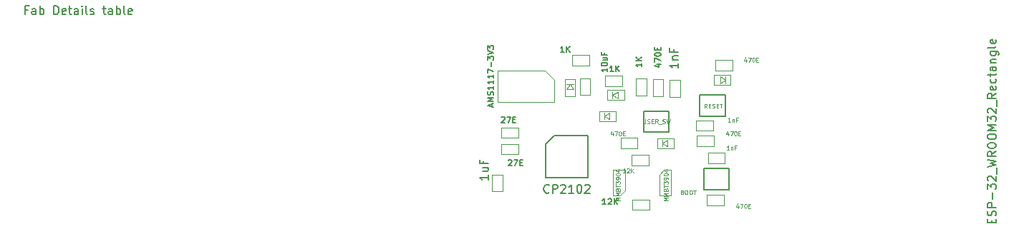
<source format=gbr>
G04 #@! TF.FileFunction,Other,Fab,Top*
%FSLAX46Y46*%
G04 Gerber Fmt 4.6, Leading zero omitted, Abs format (unit mm)*
G04 Created by KiCad (PCBNEW 4.0.4-stable) date 02/22/17 16:36:32*
%MOMM*%
%LPD*%
G01*
G04 APERTURE LIST*
%ADD10C,0.100000*%
%ADD11C,0.150000*%
%ADD12C,0.125000*%
%ADD13C,0.090000*%
G04 APERTURE END LIST*
D10*
X128700000Y-107050000D02*
X128700000Y-104600000D01*
X128150000Y-107620000D02*
X127300000Y-107620000D01*
X128700000Y-107050000D02*
X128150000Y-107620000D01*
X127300000Y-107620000D02*
X127300000Y-104580000D01*
X128700000Y-104580000D02*
X127300000Y-104580000D01*
D11*
X130920000Y-97610000D02*
X133920000Y-97610000D01*
X133920000Y-97610000D02*
X133920000Y-100110000D01*
X133920000Y-100110000D02*
X130920000Y-100110000D01*
X130920000Y-100110000D02*
X130920000Y-97610000D01*
X120340000Y-100500000D02*
X124340000Y-100500000D01*
X124340000Y-100500000D02*
X124340000Y-105500000D01*
X124340000Y-105500000D02*
X119340000Y-105500000D01*
X119340000Y-105500000D02*
X119340000Y-101500000D01*
X119340000Y-101500000D02*
X120340000Y-100500000D01*
D10*
X124625000Y-95710000D02*
X123375000Y-95710000D01*
X124625000Y-93710000D02*
X124625000Y-95710000D01*
X123375000Y-93710000D02*
X124625000Y-93710000D01*
X123375000Y-95710000D02*
X123375000Y-93710000D01*
X112975000Y-105130000D02*
X114225000Y-105130000D01*
X112975000Y-107130000D02*
X112975000Y-105130000D01*
X114225000Y-107130000D02*
X112975000Y-107130000D01*
X114225000Y-105130000D02*
X114225000Y-107130000D01*
X139130000Y-98705000D02*
X139130000Y-99955000D01*
X137130000Y-98705000D02*
X139130000Y-98705000D01*
X137130000Y-99955000D02*
X137130000Y-98705000D01*
X139130000Y-99955000D02*
X137130000Y-99955000D01*
X135215000Y-95930000D02*
X133965000Y-95930000D01*
X135215000Y-93930000D02*
X135215000Y-95930000D01*
X133965000Y-93930000D02*
X135215000Y-93930000D01*
X133965000Y-95930000D02*
X133965000Y-93930000D01*
X122610000Y-94440000D02*
X121810000Y-94440000D01*
X122210000Y-94440000D02*
X122610000Y-95040000D01*
X121810000Y-95040000D02*
X122210000Y-94440000D01*
X122610000Y-95040000D02*
X121810000Y-95040000D01*
X121610000Y-95840000D02*
X121610000Y-93840000D01*
X122810000Y-95840000D02*
X121610000Y-95840000D01*
X122810000Y-93840000D02*
X122810000Y-95840000D01*
X121610000Y-93840000D02*
X122810000Y-93840000D01*
X127250000Y-95310000D02*
X127250000Y-96110000D01*
X127250000Y-95710000D02*
X127850000Y-95310000D01*
X127850000Y-96110000D02*
X127250000Y-95710000D01*
X127850000Y-95310000D02*
X127850000Y-96110000D01*
X128650000Y-96310000D02*
X126650000Y-96310000D01*
X128650000Y-95110000D02*
X128650000Y-96310000D01*
X126650000Y-95110000D02*
X128650000Y-95110000D01*
X126650000Y-96310000D02*
X126650000Y-95110000D01*
X126270000Y-97800000D02*
X126270000Y-98600000D01*
X126270000Y-98200000D02*
X126870000Y-97800000D01*
X126870000Y-98600000D02*
X126270000Y-98200000D01*
X126870000Y-97800000D02*
X126870000Y-98600000D01*
X127670000Y-98800000D02*
X125670000Y-98800000D01*
X127670000Y-97600000D02*
X127670000Y-98800000D01*
X125670000Y-97600000D02*
X127670000Y-97600000D01*
X125670000Y-98800000D02*
X125670000Y-97600000D01*
X140600000Y-94300000D02*
X140600000Y-93500000D01*
X140600000Y-93900000D02*
X140000000Y-94300000D01*
X140000000Y-93500000D02*
X140600000Y-93900000D01*
X140000000Y-94300000D02*
X140000000Y-93500000D01*
X139200000Y-93300000D02*
X141200000Y-93300000D01*
X139200000Y-94500000D02*
X139200000Y-93300000D01*
X141200000Y-94500000D02*
X139200000Y-94500000D01*
X141200000Y-93300000D02*
X141200000Y-94500000D01*
X133110000Y-101020000D02*
X133110000Y-101820000D01*
X133110000Y-101420000D02*
X133710000Y-101020000D01*
X133710000Y-101820000D02*
X133110000Y-101420000D01*
X133710000Y-101020000D02*
X133710000Y-101820000D01*
X134510000Y-102020000D02*
X132510000Y-102020000D01*
X134510000Y-100820000D02*
X134510000Y-102020000D01*
X132510000Y-100820000D02*
X134510000Y-100820000D01*
X132510000Y-102020000D02*
X132510000Y-100820000D01*
X132770000Y-105130000D02*
X132770000Y-107580000D01*
X133320000Y-104560000D02*
X134170000Y-104560000D01*
X132770000Y-105130000D02*
X133320000Y-104560000D01*
X134170000Y-104560000D02*
X134170000Y-107600000D01*
X132770000Y-107600000D02*
X134170000Y-107600000D01*
X129590000Y-109345000D02*
X129590000Y-108095000D01*
X131590000Y-109345000D02*
X129590000Y-109345000D01*
X131590000Y-108095000D02*
X131590000Y-109345000D01*
X129590000Y-108095000D02*
X131590000Y-108095000D01*
X131530000Y-102825000D02*
X131530000Y-104075000D01*
X129530000Y-102825000D02*
X131530000Y-102825000D01*
X129530000Y-104075000D02*
X129530000Y-102825000D01*
X131530000Y-104075000D02*
X129530000Y-104075000D01*
X116130000Y-99545000D02*
X116130000Y-100795000D01*
X114130000Y-99545000D02*
X116130000Y-99545000D01*
X114130000Y-100795000D02*
X114130000Y-99545000D01*
X116130000Y-100795000D02*
X114130000Y-100795000D01*
X122490000Y-92175000D02*
X122490000Y-90925000D01*
X124490000Y-92175000D02*
X122490000Y-92175000D01*
X124490000Y-90925000D02*
X124490000Y-92175000D01*
X122490000Y-90925000D02*
X124490000Y-90925000D01*
X116130000Y-101485000D02*
X116130000Y-102735000D01*
X114130000Y-101485000D02*
X116130000Y-101485000D01*
X114130000Y-102735000D02*
X114130000Y-101485000D01*
X116130000Y-102735000D02*
X114130000Y-102735000D01*
X141400000Y-91575000D02*
X141400000Y-92825000D01*
X139400000Y-91575000D02*
X141400000Y-91575000D01*
X139400000Y-92825000D02*
X139400000Y-91575000D01*
X141400000Y-92825000D02*
X139400000Y-92825000D01*
X126400000Y-94665000D02*
X126400000Y-93415000D01*
X128400000Y-94665000D02*
X126400000Y-94665000D01*
X128400000Y-93415000D02*
X128400000Y-94665000D01*
X126400000Y-93415000D02*
X128400000Y-93415000D01*
X130005000Y-93770000D02*
X131255000Y-93770000D01*
X130005000Y-95770000D02*
X130005000Y-93770000D01*
X131255000Y-95770000D02*
X130005000Y-95770000D01*
X131255000Y-93770000D02*
X131255000Y-95770000D01*
X130210000Y-100795000D02*
X130210000Y-102045000D01*
X128210000Y-100795000D02*
X130210000Y-100795000D01*
X128210000Y-102045000D02*
X128210000Y-100795000D01*
X130210000Y-102045000D02*
X128210000Y-102045000D01*
X139200000Y-100495000D02*
X139200000Y-101745000D01*
X137200000Y-100495000D02*
X139200000Y-100495000D01*
X137200000Y-101745000D02*
X137200000Y-100495000D01*
X139200000Y-101745000D02*
X137200000Y-101745000D01*
X138405000Y-108810000D02*
X138405000Y-107560000D01*
X140405000Y-108810000D02*
X138405000Y-108810000D01*
X140405000Y-107560000D02*
X140405000Y-108810000D01*
X138405000Y-107560000D02*
X140405000Y-107560000D01*
X132015000Y-93840000D02*
X133265000Y-93840000D01*
X132015000Y-95840000D02*
X132015000Y-93840000D01*
X133265000Y-95840000D02*
X132015000Y-95840000D01*
X133265000Y-93840000D02*
X133265000Y-95840000D01*
X119280000Y-92820000D02*
X120330000Y-93870000D01*
X119280000Y-92820000D02*
X113630000Y-92820000D01*
X120330000Y-93870000D02*
X120330000Y-96520000D01*
X113630000Y-92820000D02*
X113630000Y-96520000D01*
X120330000Y-96520000D02*
X113630000Y-96520000D01*
X140545000Y-102540000D02*
X140545000Y-103790000D01*
X138545000Y-102540000D02*
X140545000Y-102540000D01*
X138545000Y-103790000D02*
X138545000Y-102540000D01*
X140545000Y-103790000D02*
X138545000Y-103790000D01*
D11*
X137580000Y-95720000D02*
X140580000Y-95720000D01*
X140580000Y-95720000D02*
X140580000Y-98220000D01*
X140580000Y-98220000D02*
X137580000Y-98220000D01*
X137580000Y-98220000D02*
X137580000Y-95720000D01*
X138047000Y-104409000D02*
X141047000Y-104409000D01*
X141047000Y-104409000D02*
X141047000Y-106909000D01*
X141047000Y-106909000D02*
X138047000Y-106909000D01*
X138047000Y-106909000D02*
X138047000Y-104409000D01*
D12*
X128146190Y-108215237D02*
X127646190Y-108215237D01*
X128003333Y-108048571D01*
X127646190Y-107881904D01*
X128146190Y-107881904D01*
X128146190Y-107643808D02*
X127646190Y-107643808D01*
X128003333Y-107477142D01*
X127646190Y-107310475D01*
X128146190Y-107310475D01*
X127884286Y-106905713D02*
X127908095Y-106834284D01*
X127931905Y-106810475D01*
X127979524Y-106786665D01*
X128050952Y-106786665D01*
X128098571Y-106810475D01*
X128122381Y-106834284D01*
X128146190Y-106881903D01*
X128146190Y-107072379D01*
X127646190Y-107072379D01*
X127646190Y-106905713D01*
X127670000Y-106858094D01*
X127693810Y-106834284D01*
X127741429Y-106810475D01*
X127789048Y-106810475D01*
X127836667Y-106834284D01*
X127860476Y-106858094D01*
X127884286Y-106905713D01*
X127884286Y-107072379D01*
X127646190Y-106643808D02*
X127646190Y-106358094D01*
X128146190Y-106500951D02*
X127646190Y-106500951D01*
X127646190Y-106239046D02*
X127646190Y-105929523D01*
X127836667Y-106096189D01*
X127836667Y-106024761D01*
X127860476Y-105977142D01*
X127884286Y-105953332D01*
X127931905Y-105929523D01*
X128050952Y-105929523D01*
X128098571Y-105953332D01*
X128122381Y-105977142D01*
X128146190Y-106024761D01*
X128146190Y-106167618D01*
X128122381Y-106215237D01*
X128098571Y-106239046D01*
X128146190Y-105691428D02*
X128146190Y-105596190D01*
X128122381Y-105548571D01*
X128098571Y-105524761D01*
X128027143Y-105477142D01*
X127931905Y-105453333D01*
X127741429Y-105453333D01*
X127693810Y-105477142D01*
X127670000Y-105500952D01*
X127646190Y-105548571D01*
X127646190Y-105643809D01*
X127670000Y-105691428D01*
X127693810Y-105715237D01*
X127741429Y-105739047D01*
X127860476Y-105739047D01*
X127908095Y-105715237D01*
X127931905Y-105691428D01*
X127955714Y-105643809D01*
X127955714Y-105548571D01*
X127931905Y-105500952D01*
X127908095Y-105477142D01*
X127860476Y-105453333D01*
X127646190Y-105143809D02*
X127646190Y-105096190D01*
X127670000Y-105048571D01*
X127693810Y-105024762D01*
X127741429Y-105000952D01*
X127836667Y-104977143D01*
X127955714Y-104977143D01*
X128050952Y-105000952D01*
X128098571Y-105024762D01*
X128122381Y-105048571D01*
X128146190Y-105096190D01*
X128146190Y-105143809D01*
X128122381Y-105191428D01*
X128098571Y-105215238D01*
X128050952Y-105239047D01*
X127955714Y-105262857D01*
X127836667Y-105262857D01*
X127741429Y-105239047D01*
X127693810Y-105215238D01*
X127670000Y-105191428D01*
X127646190Y-105143809D01*
X127812857Y-104548572D02*
X128146190Y-104548572D01*
X127622381Y-104667619D02*
X127979524Y-104786667D01*
X127979524Y-104477143D01*
D13*
X130858572Y-98576190D02*
X130858572Y-98980952D01*
X130882381Y-99028571D01*
X130906191Y-99052381D01*
X130953810Y-99076190D01*
X131049048Y-99076190D01*
X131096667Y-99052381D01*
X131120476Y-99028571D01*
X131144286Y-98980952D01*
X131144286Y-98576190D01*
X131358572Y-99052381D02*
X131430001Y-99076190D01*
X131549048Y-99076190D01*
X131596667Y-99052381D01*
X131620477Y-99028571D01*
X131644286Y-98980952D01*
X131644286Y-98933333D01*
X131620477Y-98885714D01*
X131596667Y-98861905D01*
X131549048Y-98838095D01*
X131453810Y-98814286D01*
X131406191Y-98790476D01*
X131382382Y-98766667D01*
X131358572Y-98719048D01*
X131358572Y-98671429D01*
X131382382Y-98623810D01*
X131406191Y-98600000D01*
X131453810Y-98576190D01*
X131572858Y-98576190D01*
X131644286Y-98600000D01*
X131858572Y-98814286D02*
X132025238Y-98814286D01*
X132096667Y-99076190D02*
X131858572Y-99076190D01*
X131858572Y-98576190D01*
X132096667Y-98576190D01*
X132596667Y-99076190D02*
X132430000Y-98838095D01*
X132310953Y-99076190D02*
X132310953Y-98576190D01*
X132501429Y-98576190D01*
X132549048Y-98600000D01*
X132572857Y-98623810D01*
X132596667Y-98671429D01*
X132596667Y-98742857D01*
X132572857Y-98790476D01*
X132549048Y-98814286D01*
X132501429Y-98838095D01*
X132310953Y-98838095D01*
X132691905Y-99123810D02*
X133072857Y-99123810D01*
X133168095Y-99052381D02*
X133239524Y-99076190D01*
X133358571Y-99076190D01*
X133406190Y-99052381D01*
X133430000Y-99028571D01*
X133453809Y-98980952D01*
X133453809Y-98933333D01*
X133430000Y-98885714D01*
X133406190Y-98861905D01*
X133358571Y-98838095D01*
X133263333Y-98814286D01*
X133215714Y-98790476D01*
X133191905Y-98766667D01*
X133168095Y-98719048D01*
X133168095Y-98671429D01*
X133191905Y-98623810D01*
X133215714Y-98600000D01*
X133263333Y-98576190D01*
X133382381Y-98576190D01*
X133453809Y-98600000D01*
X133620476Y-98576190D02*
X133739523Y-99076190D01*
X133834761Y-98719048D01*
X133929999Y-99076190D01*
X134049047Y-98576190D01*
D11*
X119744762Y-107232143D02*
X119697143Y-107279762D01*
X119554286Y-107327381D01*
X119459048Y-107327381D01*
X119316190Y-107279762D01*
X119220952Y-107184524D01*
X119173333Y-107089286D01*
X119125714Y-106898810D01*
X119125714Y-106755952D01*
X119173333Y-106565476D01*
X119220952Y-106470238D01*
X119316190Y-106375000D01*
X119459048Y-106327381D01*
X119554286Y-106327381D01*
X119697143Y-106375000D01*
X119744762Y-106422619D01*
X120173333Y-107327381D02*
X120173333Y-106327381D01*
X120554286Y-106327381D01*
X120649524Y-106375000D01*
X120697143Y-106422619D01*
X120744762Y-106517857D01*
X120744762Y-106660714D01*
X120697143Y-106755952D01*
X120649524Y-106803571D01*
X120554286Y-106851190D01*
X120173333Y-106851190D01*
X121125714Y-106422619D02*
X121173333Y-106375000D01*
X121268571Y-106327381D01*
X121506667Y-106327381D01*
X121601905Y-106375000D01*
X121649524Y-106422619D01*
X121697143Y-106517857D01*
X121697143Y-106613095D01*
X121649524Y-106755952D01*
X121078095Y-107327381D01*
X121697143Y-107327381D01*
X122649524Y-107327381D02*
X122078095Y-107327381D01*
X122363809Y-107327381D02*
X122363809Y-106327381D01*
X122268571Y-106470238D01*
X122173333Y-106565476D01*
X122078095Y-106613095D01*
X123268571Y-106327381D02*
X123363810Y-106327381D01*
X123459048Y-106375000D01*
X123506667Y-106422619D01*
X123554286Y-106517857D01*
X123601905Y-106708333D01*
X123601905Y-106946429D01*
X123554286Y-107136905D01*
X123506667Y-107232143D01*
X123459048Y-107279762D01*
X123363810Y-107327381D01*
X123268571Y-107327381D01*
X123173333Y-107279762D01*
X123125714Y-107232143D01*
X123078095Y-107136905D01*
X123030476Y-106946429D01*
X123030476Y-106708333D01*
X123078095Y-106517857D01*
X123125714Y-106422619D01*
X123173333Y-106375000D01*
X123268571Y-106327381D01*
X123982857Y-106422619D02*
X124030476Y-106375000D01*
X124125714Y-106327381D01*
X124363810Y-106327381D01*
X124459048Y-106375000D01*
X124506667Y-106422619D01*
X124554286Y-106517857D01*
X124554286Y-106613095D01*
X124506667Y-106755952D01*
X123935238Y-107327381D01*
X124554286Y-107327381D01*
X126616667Y-92510000D02*
X126616667Y-92910000D01*
X126616667Y-92710000D02*
X125916667Y-92710000D01*
X126016667Y-92776666D01*
X126083333Y-92843333D01*
X126116667Y-92910000D01*
X125916667Y-92076666D02*
X125916667Y-92009999D01*
X125950000Y-91943333D01*
X125983333Y-91909999D01*
X126050000Y-91876666D01*
X126183333Y-91843333D01*
X126350000Y-91843333D01*
X126483333Y-91876666D01*
X126550000Y-91909999D01*
X126583333Y-91943333D01*
X126616667Y-92009999D01*
X126616667Y-92076666D01*
X126583333Y-92143333D01*
X126550000Y-92176666D01*
X126483333Y-92209999D01*
X126350000Y-92243333D01*
X126183333Y-92243333D01*
X126050000Y-92209999D01*
X125983333Y-92176666D01*
X125950000Y-92143333D01*
X125916667Y-92076666D01*
X126150000Y-91243332D02*
X126616667Y-91243332D01*
X126150000Y-91543332D02*
X126516667Y-91543332D01*
X126583333Y-91509999D01*
X126616667Y-91443332D01*
X126616667Y-91343332D01*
X126583333Y-91276666D01*
X126550000Y-91243332D01*
X126250000Y-90676666D02*
X126250000Y-90909999D01*
X126616667Y-90909999D02*
X125916667Y-90909999D01*
X125916667Y-90576666D01*
X112532381Y-105185238D02*
X112532381Y-105756667D01*
X112532381Y-105470953D02*
X111532381Y-105470953D01*
X111675238Y-105566191D01*
X111770476Y-105661429D01*
X111818095Y-105756667D01*
X111865714Y-104328095D02*
X112532381Y-104328095D01*
X111865714Y-104756667D02*
X112389524Y-104756667D01*
X112484762Y-104709048D01*
X112532381Y-104613810D01*
X112532381Y-104470952D01*
X112484762Y-104375714D01*
X112437143Y-104328095D01*
X112008571Y-103518571D02*
X112008571Y-103851905D01*
X112532381Y-103851905D02*
X111532381Y-103851905D01*
X111532381Y-103375714D01*
D12*
X141192381Y-98866190D02*
X140906667Y-98866190D01*
X141049524Y-98866190D02*
X141049524Y-98366190D01*
X141001905Y-98437619D01*
X140954286Y-98485238D01*
X140906667Y-98509048D01*
X141406667Y-98532857D02*
X141406667Y-98866190D01*
X141406667Y-98580476D02*
X141430476Y-98556667D01*
X141478095Y-98532857D01*
X141549524Y-98532857D01*
X141597143Y-98556667D01*
X141620952Y-98604286D01*
X141620952Y-98866190D01*
X142025714Y-98604286D02*
X141859048Y-98604286D01*
X141859048Y-98866190D02*
X141859048Y-98366190D01*
X142097143Y-98366190D01*
D11*
X135012381Y-91925238D02*
X135012381Y-92496667D01*
X135012381Y-92210953D02*
X134012381Y-92210953D01*
X134155238Y-92306191D01*
X134250476Y-92401429D01*
X134298095Y-92496667D01*
X134345714Y-91496667D02*
X135012381Y-91496667D01*
X134440952Y-91496667D02*
X134393333Y-91449048D01*
X134345714Y-91353810D01*
X134345714Y-91210952D01*
X134393333Y-91115714D01*
X134488571Y-91068095D01*
X135012381Y-91068095D01*
X134488571Y-90258571D02*
X134488571Y-90591905D01*
X135012381Y-90591905D02*
X134012381Y-90591905D01*
X134012381Y-90115714D01*
D12*
X133786190Y-108235237D02*
X133286190Y-108235237D01*
X133643333Y-108068571D01*
X133286190Y-107901904D01*
X133786190Y-107901904D01*
X133786190Y-107663808D02*
X133286190Y-107663808D01*
X133643333Y-107497142D01*
X133286190Y-107330475D01*
X133786190Y-107330475D01*
X133524286Y-106925713D02*
X133548095Y-106854284D01*
X133571905Y-106830475D01*
X133619524Y-106806665D01*
X133690952Y-106806665D01*
X133738571Y-106830475D01*
X133762381Y-106854284D01*
X133786190Y-106901903D01*
X133786190Y-107092379D01*
X133286190Y-107092379D01*
X133286190Y-106925713D01*
X133310000Y-106878094D01*
X133333810Y-106854284D01*
X133381429Y-106830475D01*
X133429048Y-106830475D01*
X133476667Y-106854284D01*
X133500476Y-106878094D01*
X133524286Y-106925713D01*
X133524286Y-107092379D01*
X133286190Y-106663808D02*
X133286190Y-106378094D01*
X133786190Y-106520951D02*
X133286190Y-106520951D01*
X133286190Y-106259046D02*
X133286190Y-105949523D01*
X133476667Y-106116189D01*
X133476667Y-106044761D01*
X133500476Y-105997142D01*
X133524286Y-105973332D01*
X133571905Y-105949523D01*
X133690952Y-105949523D01*
X133738571Y-105973332D01*
X133762381Y-105997142D01*
X133786190Y-106044761D01*
X133786190Y-106187618D01*
X133762381Y-106235237D01*
X133738571Y-106259046D01*
X133786190Y-105711428D02*
X133786190Y-105616190D01*
X133762381Y-105568571D01*
X133738571Y-105544761D01*
X133667143Y-105497142D01*
X133571905Y-105473333D01*
X133381429Y-105473333D01*
X133333810Y-105497142D01*
X133310000Y-105520952D01*
X133286190Y-105568571D01*
X133286190Y-105663809D01*
X133310000Y-105711428D01*
X133333810Y-105735237D01*
X133381429Y-105759047D01*
X133500476Y-105759047D01*
X133548095Y-105735237D01*
X133571905Y-105711428D01*
X133595714Y-105663809D01*
X133595714Y-105568571D01*
X133571905Y-105520952D01*
X133548095Y-105497142D01*
X133500476Y-105473333D01*
X133286190Y-105163809D02*
X133286190Y-105116190D01*
X133310000Y-105068571D01*
X133333810Y-105044762D01*
X133381429Y-105020952D01*
X133476667Y-104997143D01*
X133595714Y-104997143D01*
X133690952Y-105020952D01*
X133738571Y-105044762D01*
X133762381Y-105068571D01*
X133786190Y-105116190D01*
X133786190Y-105163809D01*
X133762381Y-105211428D01*
X133738571Y-105235238D01*
X133690952Y-105259047D01*
X133595714Y-105282857D01*
X133476667Y-105282857D01*
X133381429Y-105259047D01*
X133333810Y-105235238D01*
X133310000Y-105211428D01*
X133286190Y-105163809D01*
X133452857Y-104568572D02*
X133786190Y-104568572D01*
X133262381Y-104687619D02*
X133619524Y-104806667D01*
X133619524Y-104497143D01*
D11*
X126466666Y-108676667D02*
X126066666Y-108676667D01*
X126266666Y-108676667D02*
X126266666Y-107976667D01*
X126200000Y-108076667D01*
X126133333Y-108143333D01*
X126066666Y-108176667D01*
X126733333Y-108043333D02*
X126766667Y-108010000D01*
X126833333Y-107976667D01*
X127000000Y-107976667D01*
X127066667Y-108010000D01*
X127100000Y-108043333D01*
X127133333Y-108110000D01*
X127133333Y-108176667D01*
X127100000Y-108276667D01*
X126700000Y-108676667D01*
X127133333Y-108676667D01*
X127433334Y-108676667D02*
X127433334Y-107976667D01*
X127833334Y-108676667D02*
X127533334Y-108276667D01*
X127833334Y-107976667D02*
X127433334Y-108376667D01*
D12*
X128764762Y-104916190D02*
X128479048Y-104916190D01*
X128621905Y-104916190D02*
X128621905Y-104416190D01*
X128574286Y-104487619D01*
X128526667Y-104535238D01*
X128479048Y-104559048D01*
X128955238Y-104463810D02*
X128979048Y-104440000D01*
X129026667Y-104416190D01*
X129145714Y-104416190D01*
X129193333Y-104440000D01*
X129217143Y-104463810D01*
X129240952Y-104511429D01*
X129240952Y-104559048D01*
X129217143Y-104630476D01*
X128931429Y-104916190D01*
X129240952Y-104916190D01*
X129455238Y-104916190D02*
X129455238Y-104416190D01*
X129740952Y-104916190D02*
X129526666Y-104630476D01*
X129740952Y-104416190D02*
X129455238Y-104701905D01*
D11*
X114110000Y-98333333D02*
X114143334Y-98300000D01*
X114210000Y-98266667D01*
X114376667Y-98266667D01*
X114443334Y-98300000D01*
X114476667Y-98333333D01*
X114510000Y-98400000D01*
X114510000Y-98466667D01*
X114476667Y-98566667D01*
X114076667Y-98966667D01*
X114510000Y-98966667D01*
X114743334Y-98266667D02*
X115210001Y-98266667D01*
X114910001Y-98966667D01*
X115476668Y-98600000D02*
X115710001Y-98600000D01*
X115810001Y-98966667D02*
X115476668Y-98966667D01*
X115476668Y-98266667D01*
X115810001Y-98266667D01*
X121500000Y-90596667D02*
X121100000Y-90596667D01*
X121300000Y-90596667D02*
X121300000Y-89896667D01*
X121233334Y-89996667D01*
X121166667Y-90063333D01*
X121100000Y-90096667D01*
X121800001Y-90596667D02*
X121800001Y-89896667D01*
X122200001Y-90596667D02*
X121900001Y-90196667D01*
X122200001Y-89896667D02*
X121800001Y-90296667D01*
X114940000Y-103463333D02*
X114973334Y-103430000D01*
X115040000Y-103396667D01*
X115206667Y-103396667D01*
X115273334Y-103430000D01*
X115306667Y-103463333D01*
X115340000Y-103530000D01*
X115340000Y-103596667D01*
X115306667Y-103696667D01*
X114906667Y-104096667D01*
X115340000Y-104096667D01*
X115573334Y-103396667D02*
X116040001Y-103396667D01*
X115740001Y-104096667D01*
X116306668Y-103730000D02*
X116540001Y-103730000D01*
X116640001Y-104096667D02*
X116306668Y-104096667D01*
X116306668Y-103396667D01*
X116640001Y-103396667D01*
D12*
X143052858Y-91422857D02*
X143052858Y-91756190D01*
X142933811Y-91232381D02*
X142814763Y-91589524D01*
X143124287Y-91589524D01*
X143267144Y-91256190D02*
X143600477Y-91256190D01*
X143386191Y-91756190D01*
X143886191Y-91256190D02*
X143933810Y-91256190D01*
X143981429Y-91280000D01*
X144005238Y-91303810D01*
X144029048Y-91351429D01*
X144052857Y-91446667D01*
X144052857Y-91565714D01*
X144029048Y-91660952D01*
X144005238Y-91708571D01*
X143981429Y-91732381D01*
X143933810Y-91756190D01*
X143886191Y-91756190D01*
X143838572Y-91732381D01*
X143814762Y-91708571D01*
X143790953Y-91660952D01*
X143767143Y-91565714D01*
X143767143Y-91446667D01*
X143790953Y-91351429D01*
X143814762Y-91303810D01*
X143838572Y-91280000D01*
X143886191Y-91256190D01*
X144267143Y-91494286D02*
X144433809Y-91494286D01*
X144505238Y-91756190D02*
X144267143Y-91756190D01*
X144267143Y-91256190D01*
X144505238Y-91256190D01*
D11*
X127340000Y-92926667D02*
X126940000Y-92926667D01*
X127140000Y-92926667D02*
X127140000Y-92226667D01*
X127073334Y-92326667D01*
X127006667Y-92393333D01*
X126940000Y-92426667D01*
X127640001Y-92926667D02*
X127640001Y-92226667D01*
X128040001Y-92926667D02*
X127740001Y-92526667D01*
X128040001Y-92226667D02*
X127640001Y-92626667D01*
X130676667Y-91930000D02*
X130676667Y-92330000D01*
X130676667Y-92130000D02*
X129976667Y-92130000D01*
X130076667Y-92196666D01*
X130143333Y-92263333D01*
X130176667Y-92330000D01*
X130676667Y-91629999D02*
X129976667Y-91629999D01*
X130676667Y-91229999D02*
X130276667Y-91529999D01*
X129976667Y-91229999D02*
X130376667Y-91629999D01*
D12*
X127272858Y-100192857D02*
X127272858Y-100526190D01*
X127153811Y-100002381D02*
X127034763Y-100359524D01*
X127344287Y-100359524D01*
X127487144Y-100026190D02*
X127820477Y-100026190D01*
X127606191Y-100526190D01*
X128106191Y-100026190D02*
X128153810Y-100026190D01*
X128201429Y-100050000D01*
X128225238Y-100073810D01*
X128249048Y-100121429D01*
X128272857Y-100216667D01*
X128272857Y-100335714D01*
X128249048Y-100430952D01*
X128225238Y-100478571D01*
X128201429Y-100502381D01*
X128153810Y-100526190D01*
X128106191Y-100526190D01*
X128058572Y-100502381D01*
X128034762Y-100478571D01*
X128010953Y-100430952D01*
X127987143Y-100335714D01*
X127987143Y-100216667D01*
X128010953Y-100121429D01*
X128034762Y-100073810D01*
X128058572Y-100050000D01*
X128106191Y-100026190D01*
X128487143Y-100264286D02*
X128653809Y-100264286D01*
X128725238Y-100526190D02*
X128487143Y-100526190D01*
X128487143Y-100026190D01*
X128725238Y-100026190D01*
X140932858Y-100182857D02*
X140932858Y-100516190D01*
X140813811Y-99992381D02*
X140694763Y-100349524D01*
X141004287Y-100349524D01*
X141147144Y-100016190D02*
X141480477Y-100016190D01*
X141266191Y-100516190D01*
X141766191Y-100016190D02*
X141813810Y-100016190D01*
X141861429Y-100040000D01*
X141885238Y-100063810D01*
X141909048Y-100111429D01*
X141932857Y-100206667D01*
X141932857Y-100325714D01*
X141909048Y-100420952D01*
X141885238Y-100468571D01*
X141861429Y-100492381D01*
X141813810Y-100516190D01*
X141766191Y-100516190D01*
X141718572Y-100492381D01*
X141694762Y-100468571D01*
X141670953Y-100420952D01*
X141647143Y-100325714D01*
X141647143Y-100206667D01*
X141670953Y-100111429D01*
X141694762Y-100063810D01*
X141718572Y-100040000D01*
X141766191Y-100016190D01*
X142147143Y-100254286D02*
X142313809Y-100254286D01*
X142385238Y-100516190D02*
X142147143Y-100516190D01*
X142147143Y-100016190D01*
X142385238Y-100016190D01*
X142112858Y-108772857D02*
X142112858Y-109106190D01*
X141993811Y-108582381D02*
X141874763Y-108939524D01*
X142184287Y-108939524D01*
X142327144Y-108606190D02*
X142660477Y-108606190D01*
X142446191Y-109106190D01*
X142946191Y-108606190D02*
X142993810Y-108606190D01*
X143041429Y-108630000D01*
X143065238Y-108653810D01*
X143089048Y-108701429D01*
X143112857Y-108796667D01*
X143112857Y-108915714D01*
X143089048Y-109010952D01*
X143065238Y-109058571D01*
X143041429Y-109082381D01*
X142993810Y-109106190D01*
X142946191Y-109106190D01*
X142898572Y-109082381D01*
X142874762Y-109058571D01*
X142850953Y-109010952D01*
X142827143Y-108915714D01*
X142827143Y-108796667D01*
X142850953Y-108701429D01*
X142874762Y-108653810D01*
X142898572Y-108630000D01*
X142946191Y-108606190D01*
X143327143Y-108844286D02*
X143493809Y-108844286D01*
X143565238Y-109106190D02*
X143327143Y-109106190D01*
X143327143Y-108606190D01*
X143565238Y-108606190D01*
D11*
X132470000Y-92070000D02*
X132936667Y-92070000D01*
X132203333Y-92236667D02*
X132703333Y-92403334D01*
X132703333Y-91970000D01*
X132236667Y-91770000D02*
X132236667Y-91303333D01*
X132936667Y-91603333D01*
X132236667Y-90903333D02*
X132236667Y-90836666D01*
X132270000Y-90770000D01*
X132303333Y-90736666D01*
X132370000Y-90703333D01*
X132503333Y-90670000D01*
X132670000Y-90670000D01*
X132803333Y-90703333D01*
X132870000Y-90736666D01*
X132903333Y-90770000D01*
X132936667Y-90836666D01*
X132936667Y-90903333D01*
X132903333Y-90970000D01*
X132870000Y-91003333D01*
X132803333Y-91036666D01*
X132670000Y-91070000D01*
X132503333Y-91070000D01*
X132370000Y-91036666D01*
X132303333Y-91003333D01*
X132270000Y-90970000D01*
X132236667Y-90903333D01*
X132570000Y-90369999D02*
X132570000Y-90136666D01*
X132936667Y-90036666D02*
X132936667Y-90369999D01*
X132236667Y-90369999D01*
X132236667Y-90036666D01*
X112966667Y-97093335D02*
X112966667Y-96760001D01*
X113166667Y-97160001D02*
X112466667Y-96926668D01*
X113166667Y-96693335D01*
X113166667Y-96460001D02*
X112466667Y-96460001D01*
X112966667Y-96226668D01*
X112466667Y-95993335D01*
X113166667Y-95993335D01*
X113133333Y-95693335D02*
X113166667Y-95593335D01*
X113166667Y-95426668D01*
X113133333Y-95360001D01*
X113100000Y-95326668D01*
X113033333Y-95293335D01*
X112966667Y-95293335D01*
X112900000Y-95326668D01*
X112866667Y-95360001D01*
X112833333Y-95426668D01*
X112800000Y-95560001D01*
X112766667Y-95626668D01*
X112733333Y-95660001D01*
X112666667Y-95693335D01*
X112600000Y-95693335D01*
X112533333Y-95660001D01*
X112500000Y-95626668D01*
X112466667Y-95560001D01*
X112466667Y-95393335D01*
X112500000Y-95293335D01*
X113166667Y-94626668D02*
X113166667Y-95026668D01*
X113166667Y-94826668D02*
X112466667Y-94826668D01*
X112566667Y-94893334D01*
X112633333Y-94960001D01*
X112666667Y-95026668D01*
X113166667Y-93960001D02*
X113166667Y-94360001D01*
X113166667Y-94160001D02*
X112466667Y-94160001D01*
X112566667Y-94226667D01*
X112633333Y-94293334D01*
X112666667Y-94360001D01*
X113166667Y-93293334D02*
X113166667Y-93693334D01*
X113166667Y-93493334D02*
X112466667Y-93493334D01*
X112566667Y-93560000D01*
X112633333Y-93626667D01*
X112666667Y-93693334D01*
X112466667Y-93060000D02*
X112466667Y-92593333D01*
X113166667Y-92893333D01*
X112900000Y-92326666D02*
X112900000Y-91793333D01*
X112466667Y-91526666D02*
X112466667Y-91093333D01*
X112733333Y-91326666D01*
X112733333Y-91226666D01*
X112766667Y-91159999D01*
X112800000Y-91126666D01*
X112866667Y-91093333D01*
X113033333Y-91093333D01*
X113100000Y-91126666D01*
X113133333Y-91159999D01*
X113166667Y-91226666D01*
X113166667Y-91426666D01*
X113133333Y-91493333D01*
X113100000Y-91526666D01*
X112466667Y-90893332D02*
X113166667Y-90659999D01*
X112466667Y-90426666D01*
X112466667Y-90259999D02*
X112466667Y-89826666D01*
X112733333Y-90059999D01*
X112733333Y-89959999D01*
X112766667Y-89893332D01*
X112800000Y-89859999D01*
X112866667Y-89826666D01*
X113033333Y-89826666D01*
X113100000Y-89859999D01*
X113133333Y-89893332D01*
X113166667Y-89959999D01*
X113166667Y-90159999D01*
X113133333Y-90226666D01*
X113100000Y-90259999D01*
D12*
X141042381Y-102206190D02*
X140756667Y-102206190D01*
X140899524Y-102206190D02*
X140899524Y-101706190D01*
X140851905Y-101777619D01*
X140804286Y-101825238D01*
X140756667Y-101849048D01*
X141256667Y-101872857D02*
X141256667Y-102206190D01*
X141256667Y-101920476D02*
X141280476Y-101896667D01*
X141328095Y-101872857D01*
X141399524Y-101872857D01*
X141447143Y-101896667D01*
X141470952Y-101944286D01*
X141470952Y-102206190D01*
X141875714Y-101944286D02*
X141709048Y-101944286D01*
X141709048Y-102206190D02*
X141709048Y-101706190D01*
X141947143Y-101706190D01*
D13*
X138393810Y-97246190D02*
X138227143Y-97008095D01*
X138108096Y-97246190D02*
X138108096Y-96746190D01*
X138298572Y-96746190D01*
X138346191Y-96770000D01*
X138370000Y-96793810D01*
X138393810Y-96841429D01*
X138393810Y-96912857D01*
X138370000Y-96960476D01*
X138346191Y-96984286D01*
X138298572Y-97008095D01*
X138108096Y-97008095D01*
X138608096Y-96984286D02*
X138774762Y-96984286D01*
X138846191Y-97246190D02*
X138608096Y-97246190D01*
X138608096Y-96746190D01*
X138846191Y-96746190D01*
X139036667Y-97222381D02*
X139108096Y-97246190D01*
X139227143Y-97246190D01*
X139274762Y-97222381D01*
X139298572Y-97198571D01*
X139322381Y-97150952D01*
X139322381Y-97103333D01*
X139298572Y-97055714D01*
X139274762Y-97031905D01*
X139227143Y-97008095D01*
X139131905Y-96984286D01*
X139084286Y-96960476D01*
X139060477Y-96936667D01*
X139036667Y-96889048D01*
X139036667Y-96841429D01*
X139060477Y-96793810D01*
X139084286Y-96770000D01*
X139131905Y-96746190D01*
X139250953Y-96746190D01*
X139322381Y-96770000D01*
X139536667Y-96984286D02*
X139703333Y-96984286D01*
X139774762Y-97246190D02*
X139536667Y-97246190D01*
X139536667Y-96746190D01*
X139774762Y-96746190D01*
X139917619Y-96746190D02*
X140203333Y-96746190D01*
X140060476Y-97246190D02*
X140060476Y-96746190D01*
X135491428Y-107224286D02*
X135562857Y-107248095D01*
X135586666Y-107271905D01*
X135610476Y-107319524D01*
X135610476Y-107390952D01*
X135586666Y-107438571D01*
X135562857Y-107462381D01*
X135515238Y-107486190D01*
X135324762Y-107486190D01*
X135324762Y-106986190D01*
X135491428Y-106986190D01*
X135539047Y-107010000D01*
X135562857Y-107033810D01*
X135586666Y-107081429D01*
X135586666Y-107129048D01*
X135562857Y-107176667D01*
X135539047Y-107200476D01*
X135491428Y-107224286D01*
X135324762Y-107224286D01*
X135920000Y-106986190D02*
X136015238Y-106986190D01*
X136062857Y-107010000D01*
X136110476Y-107057619D01*
X136134285Y-107152857D01*
X136134285Y-107319524D01*
X136110476Y-107414762D01*
X136062857Y-107462381D01*
X136015238Y-107486190D01*
X135920000Y-107486190D01*
X135872381Y-107462381D01*
X135824762Y-107414762D01*
X135800952Y-107319524D01*
X135800952Y-107152857D01*
X135824762Y-107057619D01*
X135872381Y-107010000D01*
X135920000Y-106986190D01*
X136443810Y-106986190D02*
X136539048Y-106986190D01*
X136586667Y-107010000D01*
X136634286Y-107057619D01*
X136658095Y-107152857D01*
X136658095Y-107319524D01*
X136634286Y-107414762D01*
X136586667Y-107462381D01*
X136539048Y-107486190D01*
X136443810Y-107486190D01*
X136396191Y-107462381D01*
X136348572Y-107414762D01*
X136324762Y-107319524D01*
X136324762Y-107152857D01*
X136348572Y-107057619D01*
X136396191Y-107010000D01*
X136443810Y-106986190D01*
X136800953Y-106986190D02*
X137086667Y-106986190D01*
X136943810Y-107486190D02*
X136943810Y-106986190D01*
D11*
X172068571Y-110877144D02*
X172068571Y-110543810D01*
X172592381Y-110400953D02*
X172592381Y-110877144D01*
X171592381Y-110877144D01*
X171592381Y-110400953D01*
X172544762Y-110020001D02*
X172592381Y-109877144D01*
X172592381Y-109639048D01*
X172544762Y-109543810D01*
X172497143Y-109496191D01*
X172401905Y-109448572D01*
X172306667Y-109448572D01*
X172211429Y-109496191D01*
X172163810Y-109543810D01*
X172116190Y-109639048D01*
X172068571Y-109829525D01*
X172020952Y-109924763D01*
X171973333Y-109972382D01*
X171878095Y-110020001D01*
X171782857Y-110020001D01*
X171687619Y-109972382D01*
X171640000Y-109924763D01*
X171592381Y-109829525D01*
X171592381Y-109591429D01*
X171640000Y-109448572D01*
X172592381Y-109020001D02*
X171592381Y-109020001D01*
X171592381Y-108639048D01*
X171640000Y-108543810D01*
X171687619Y-108496191D01*
X171782857Y-108448572D01*
X171925714Y-108448572D01*
X172020952Y-108496191D01*
X172068571Y-108543810D01*
X172116190Y-108639048D01*
X172116190Y-109020001D01*
X172211429Y-108020001D02*
X172211429Y-107258096D01*
X171592381Y-106877144D02*
X171592381Y-106258096D01*
X171973333Y-106591430D01*
X171973333Y-106448572D01*
X172020952Y-106353334D01*
X172068571Y-106305715D01*
X172163810Y-106258096D01*
X172401905Y-106258096D01*
X172497143Y-106305715D01*
X172544762Y-106353334D01*
X172592381Y-106448572D01*
X172592381Y-106734287D01*
X172544762Y-106829525D01*
X172497143Y-106877144D01*
X171687619Y-105877144D02*
X171640000Y-105829525D01*
X171592381Y-105734287D01*
X171592381Y-105496191D01*
X171640000Y-105400953D01*
X171687619Y-105353334D01*
X171782857Y-105305715D01*
X171878095Y-105305715D01*
X172020952Y-105353334D01*
X172592381Y-105924763D01*
X172592381Y-105305715D01*
X172687619Y-105115239D02*
X172687619Y-104353334D01*
X171592381Y-104210477D02*
X172592381Y-103972382D01*
X171878095Y-103781905D01*
X172592381Y-103591429D01*
X171592381Y-103353334D01*
X172592381Y-102400953D02*
X172116190Y-102734287D01*
X172592381Y-102972382D02*
X171592381Y-102972382D01*
X171592381Y-102591429D01*
X171640000Y-102496191D01*
X171687619Y-102448572D01*
X171782857Y-102400953D01*
X171925714Y-102400953D01*
X172020952Y-102448572D01*
X172068571Y-102496191D01*
X172116190Y-102591429D01*
X172116190Y-102972382D01*
X171592381Y-101781906D02*
X171592381Y-101591429D01*
X171640000Y-101496191D01*
X171735238Y-101400953D01*
X171925714Y-101353334D01*
X172259048Y-101353334D01*
X172449524Y-101400953D01*
X172544762Y-101496191D01*
X172592381Y-101591429D01*
X172592381Y-101781906D01*
X172544762Y-101877144D01*
X172449524Y-101972382D01*
X172259048Y-102020001D01*
X171925714Y-102020001D01*
X171735238Y-101972382D01*
X171640000Y-101877144D01*
X171592381Y-101781906D01*
X171592381Y-100734287D02*
X171592381Y-100543810D01*
X171640000Y-100448572D01*
X171735238Y-100353334D01*
X171925714Y-100305715D01*
X172259048Y-100305715D01*
X172449524Y-100353334D01*
X172544762Y-100448572D01*
X172592381Y-100543810D01*
X172592381Y-100734287D01*
X172544762Y-100829525D01*
X172449524Y-100924763D01*
X172259048Y-100972382D01*
X171925714Y-100972382D01*
X171735238Y-100924763D01*
X171640000Y-100829525D01*
X171592381Y-100734287D01*
X172592381Y-99877144D02*
X171592381Y-99877144D01*
X172306667Y-99543810D01*
X171592381Y-99210477D01*
X172592381Y-99210477D01*
X171592381Y-98829525D02*
X171592381Y-98210477D01*
X171973333Y-98543811D01*
X171973333Y-98400953D01*
X172020952Y-98305715D01*
X172068571Y-98258096D01*
X172163810Y-98210477D01*
X172401905Y-98210477D01*
X172497143Y-98258096D01*
X172544762Y-98305715D01*
X172592381Y-98400953D01*
X172592381Y-98686668D01*
X172544762Y-98781906D01*
X172497143Y-98829525D01*
X171687619Y-97829525D02*
X171640000Y-97781906D01*
X171592381Y-97686668D01*
X171592381Y-97448572D01*
X171640000Y-97353334D01*
X171687619Y-97305715D01*
X171782857Y-97258096D01*
X171878095Y-97258096D01*
X172020952Y-97305715D01*
X172592381Y-97877144D01*
X172592381Y-97258096D01*
X172687619Y-97067620D02*
X172687619Y-96305715D01*
X172592381Y-95496191D02*
X172116190Y-95829525D01*
X172592381Y-96067620D02*
X171592381Y-96067620D01*
X171592381Y-95686667D01*
X171640000Y-95591429D01*
X171687619Y-95543810D01*
X171782857Y-95496191D01*
X171925714Y-95496191D01*
X172020952Y-95543810D01*
X172068571Y-95591429D01*
X172116190Y-95686667D01*
X172116190Y-96067620D01*
X172544762Y-94686667D02*
X172592381Y-94781905D01*
X172592381Y-94972382D01*
X172544762Y-95067620D01*
X172449524Y-95115239D01*
X172068571Y-95115239D01*
X171973333Y-95067620D01*
X171925714Y-94972382D01*
X171925714Y-94781905D01*
X171973333Y-94686667D01*
X172068571Y-94639048D01*
X172163810Y-94639048D01*
X172259048Y-95115239D01*
X172544762Y-93781905D02*
X172592381Y-93877143D01*
X172592381Y-94067620D01*
X172544762Y-94162858D01*
X172497143Y-94210477D01*
X172401905Y-94258096D01*
X172116190Y-94258096D01*
X172020952Y-94210477D01*
X171973333Y-94162858D01*
X171925714Y-94067620D01*
X171925714Y-93877143D01*
X171973333Y-93781905D01*
X171925714Y-93496191D02*
X171925714Y-93115239D01*
X171592381Y-93353334D02*
X172449524Y-93353334D01*
X172544762Y-93305715D01*
X172592381Y-93210477D01*
X172592381Y-93115239D01*
X172592381Y-92353333D02*
X172068571Y-92353333D01*
X171973333Y-92400952D01*
X171925714Y-92496190D01*
X171925714Y-92686667D01*
X171973333Y-92781905D01*
X172544762Y-92353333D02*
X172592381Y-92448571D01*
X172592381Y-92686667D01*
X172544762Y-92781905D01*
X172449524Y-92829524D01*
X172354286Y-92829524D01*
X172259048Y-92781905D01*
X172211429Y-92686667D01*
X172211429Y-92448571D01*
X172163810Y-92353333D01*
X171925714Y-91877143D02*
X172592381Y-91877143D01*
X172020952Y-91877143D02*
X171973333Y-91829524D01*
X171925714Y-91734286D01*
X171925714Y-91591428D01*
X171973333Y-91496190D01*
X172068571Y-91448571D01*
X172592381Y-91448571D01*
X171925714Y-90543809D02*
X172735238Y-90543809D01*
X172830476Y-90591428D01*
X172878095Y-90639047D01*
X172925714Y-90734286D01*
X172925714Y-90877143D01*
X172878095Y-90972381D01*
X172544762Y-90543809D02*
X172592381Y-90639047D01*
X172592381Y-90829524D01*
X172544762Y-90924762D01*
X172497143Y-90972381D01*
X172401905Y-91020000D01*
X172116190Y-91020000D01*
X172020952Y-90972381D01*
X171973333Y-90924762D01*
X171925714Y-90829524D01*
X171925714Y-90639047D01*
X171973333Y-90543809D01*
X172592381Y-89924762D02*
X172544762Y-90020000D01*
X172449524Y-90067619D01*
X171592381Y-90067619D01*
X172544762Y-89162856D02*
X172592381Y-89258094D01*
X172592381Y-89448571D01*
X172544762Y-89543809D01*
X172449524Y-89591428D01*
X172068571Y-89591428D01*
X171973333Y-89543809D01*
X171925714Y-89448571D01*
X171925714Y-89258094D01*
X171973333Y-89162856D01*
X172068571Y-89115237D01*
X172163810Y-89115237D01*
X172259048Y-89591428D01*
X58113809Y-85598571D02*
X57780475Y-85598571D01*
X57780475Y-86122381D02*
X57780475Y-85122381D01*
X58256666Y-85122381D01*
X59066190Y-86122381D02*
X59066190Y-85598571D01*
X59018571Y-85503333D01*
X58923333Y-85455714D01*
X58732856Y-85455714D01*
X58637618Y-85503333D01*
X59066190Y-86074762D02*
X58970952Y-86122381D01*
X58732856Y-86122381D01*
X58637618Y-86074762D01*
X58589999Y-85979524D01*
X58589999Y-85884286D01*
X58637618Y-85789048D01*
X58732856Y-85741429D01*
X58970952Y-85741429D01*
X59066190Y-85693810D01*
X59542380Y-86122381D02*
X59542380Y-85122381D01*
X59542380Y-85503333D02*
X59637618Y-85455714D01*
X59828095Y-85455714D01*
X59923333Y-85503333D01*
X59970952Y-85550952D01*
X60018571Y-85646190D01*
X60018571Y-85931905D01*
X59970952Y-86027143D01*
X59923333Y-86074762D01*
X59828095Y-86122381D01*
X59637618Y-86122381D01*
X59542380Y-86074762D01*
X61209047Y-86122381D02*
X61209047Y-85122381D01*
X61447142Y-85122381D01*
X61590000Y-85170000D01*
X61685238Y-85265238D01*
X61732857Y-85360476D01*
X61780476Y-85550952D01*
X61780476Y-85693810D01*
X61732857Y-85884286D01*
X61685238Y-85979524D01*
X61590000Y-86074762D01*
X61447142Y-86122381D01*
X61209047Y-86122381D01*
X62590000Y-86074762D02*
X62494762Y-86122381D01*
X62304285Y-86122381D01*
X62209047Y-86074762D01*
X62161428Y-85979524D01*
X62161428Y-85598571D01*
X62209047Y-85503333D01*
X62304285Y-85455714D01*
X62494762Y-85455714D01*
X62590000Y-85503333D01*
X62637619Y-85598571D01*
X62637619Y-85693810D01*
X62161428Y-85789048D01*
X62923333Y-85455714D02*
X63304285Y-85455714D01*
X63066190Y-85122381D02*
X63066190Y-85979524D01*
X63113809Y-86074762D01*
X63209047Y-86122381D01*
X63304285Y-86122381D01*
X64066191Y-86122381D02*
X64066191Y-85598571D01*
X64018572Y-85503333D01*
X63923334Y-85455714D01*
X63732857Y-85455714D01*
X63637619Y-85503333D01*
X64066191Y-86074762D02*
X63970953Y-86122381D01*
X63732857Y-86122381D01*
X63637619Y-86074762D01*
X63590000Y-85979524D01*
X63590000Y-85884286D01*
X63637619Y-85789048D01*
X63732857Y-85741429D01*
X63970953Y-85741429D01*
X64066191Y-85693810D01*
X64542381Y-86122381D02*
X64542381Y-85455714D01*
X64542381Y-85122381D02*
X64494762Y-85170000D01*
X64542381Y-85217619D01*
X64590000Y-85170000D01*
X64542381Y-85122381D01*
X64542381Y-85217619D01*
X65161428Y-86122381D02*
X65066190Y-86074762D01*
X65018571Y-85979524D01*
X65018571Y-85122381D01*
X65494762Y-86074762D02*
X65590000Y-86122381D01*
X65780476Y-86122381D01*
X65875715Y-86074762D01*
X65923334Y-85979524D01*
X65923334Y-85931905D01*
X65875715Y-85836667D01*
X65780476Y-85789048D01*
X65637619Y-85789048D01*
X65542381Y-85741429D01*
X65494762Y-85646190D01*
X65494762Y-85598571D01*
X65542381Y-85503333D01*
X65637619Y-85455714D01*
X65780476Y-85455714D01*
X65875715Y-85503333D01*
X66970953Y-85455714D02*
X67351905Y-85455714D01*
X67113810Y-85122381D02*
X67113810Y-85979524D01*
X67161429Y-86074762D01*
X67256667Y-86122381D01*
X67351905Y-86122381D01*
X68113811Y-86122381D02*
X68113811Y-85598571D01*
X68066192Y-85503333D01*
X67970954Y-85455714D01*
X67780477Y-85455714D01*
X67685239Y-85503333D01*
X68113811Y-86074762D02*
X68018573Y-86122381D01*
X67780477Y-86122381D01*
X67685239Y-86074762D01*
X67637620Y-85979524D01*
X67637620Y-85884286D01*
X67685239Y-85789048D01*
X67780477Y-85741429D01*
X68018573Y-85741429D01*
X68113811Y-85693810D01*
X68590001Y-86122381D02*
X68590001Y-85122381D01*
X68590001Y-85503333D02*
X68685239Y-85455714D01*
X68875716Y-85455714D01*
X68970954Y-85503333D01*
X69018573Y-85550952D01*
X69066192Y-85646190D01*
X69066192Y-85931905D01*
X69018573Y-86027143D01*
X68970954Y-86074762D01*
X68875716Y-86122381D01*
X68685239Y-86122381D01*
X68590001Y-86074762D01*
X69637620Y-86122381D02*
X69542382Y-86074762D01*
X69494763Y-85979524D01*
X69494763Y-85122381D01*
X70399526Y-86074762D02*
X70304288Y-86122381D01*
X70113811Y-86122381D01*
X70018573Y-86074762D01*
X69970954Y-85979524D01*
X69970954Y-85598571D01*
X70018573Y-85503333D01*
X70113811Y-85455714D01*
X70304288Y-85455714D01*
X70399526Y-85503333D01*
X70447145Y-85598571D01*
X70447145Y-85693810D01*
X69970954Y-85789048D01*
M02*

</source>
